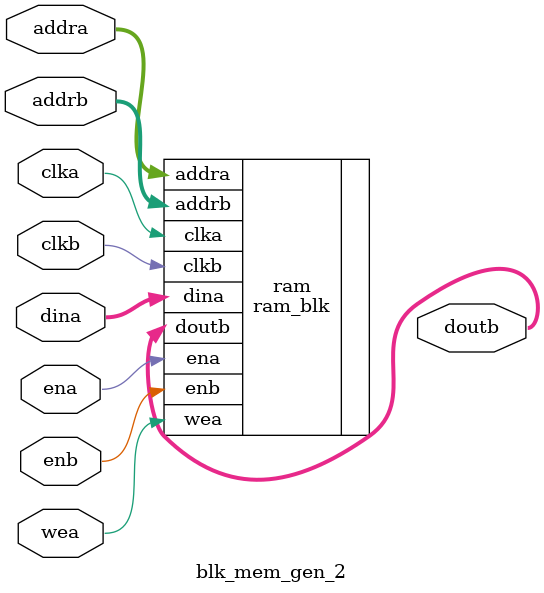
<source format=v>

module blk_mem_gen_2 #(
    parameter ADDR_BITS = 5,
    parameter DATA_BITS = 38
)
(
    input [(ADDR_BITS - 1):0] addra,
    input clka,
    input [(DATA_BITS - 1):0] dina,
    input ena,
    input wea,

    input [(ADDR_BITS - 1):0] addrb,
    input clkb,
    output [(DATA_BITS - 1):0] doutb,
    input enb
);
    ram_blk #(
        .ADDR_BITS(ADDR_BITS),
        .DATA_BITS(DATA_BITS)
    ) ram (
        .addra(addra),
        .clka(clka),
        .dina(dina),
        .ena(ena),
        .wea(wea),
        .addrb(addrb),
        .clkb(clkb),
        .doutb(doutb),
        .enb(enb)
    );
endmodule
</source>
